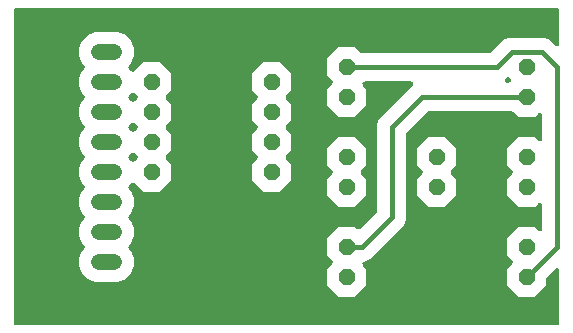
<source format=gbr>
G04 EAGLE Gerber X2 export*
G04 #@! %TF.Part,Single*
G04 #@! %TF.FileFunction,Copper,L1,Top,Mixed*
G04 #@! %TF.FilePolarity,Positive*
G04 #@! %TF.GenerationSoftware,Autodesk,EAGLE,9.0.0*
G04 #@! %TF.CreationDate,2019-08-08T19:07:24Z*
G75*
%MOMM*%
%FSLAX34Y34*%
%LPD*%
%AMOC8*
5,1,8,0,0,1.08239X$1,22.5*%
G01*
%ADD10C,1.320800*%
%ADD11P,1.429621X8X22.500000*%
%ADD12P,1.429621X8X112.500000*%
%ADD13C,0.406400*%

G36*
X470226Y-2537D02*
X470226Y-2537D01*
X470244Y-2539D01*
X470426Y-2518D01*
X470609Y-2499D01*
X470626Y-2494D01*
X470643Y-2492D01*
X470818Y-2435D01*
X470994Y-2381D01*
X471009Y-2373D01*
X471026Y-2367D01*
X471186Y-2277D01*
X471348Y-2189D01*
X471361Y-2178D01*
X471377Y-2169D01*
X471516Y-2049D01*
X471657Y-1932D01*
X471668Y-1918D01*
X471682Y-1906D01*
X471794Y-1761D01*
X471909Y-1618D01*
X471917Y-1602D01*
X471928Y-1588D01*
X472010Y-1423D01*
X472095Y-1261D01*
X472100Y-1244D01*
X472108Y-1228D01*
X472155Y-1049D01*
X472206Y-874D01*
X472208Y-856D01*
X472212Y-839D01*
X472239Y-508D01*
X472239Y43692D01*
X472238Y43701D01*
X472239Y43710D01*
X472218Y43903D01*
X472199Y44093D01*
X472197Y44101D01*
X472196Y44110D01*
X472137Y44295D01*
X472081Y44478D01*
X472077Y44486D01*
X472074Y44494D01*
X471981Y44662D01*
X471889Y44832D01*
X471884Y44839D01*
X471879Y44847D01*
X471755Y44994D01*
X471632Y45141D01*
X471625Y45147D01*
X471619Y45154D01*
X471467Y45273D01*
X471318Y45393D01*
X471310Y45398D01*
X471303Y45403D01*
X471130Y45491D01*
X470961Y45579D01*
X470952Y45581D01*
X470944Y45585D01*
X470758Y45637D01*
X470574Y45690D01*
X470565Y45691D01*
X470556Y45693D01*
X470363Y45708D01*
X470172Y45723D01*
X470164Y45722D01*
X470155Y45723D01*
X469962Y45699D01*
X469773Y45676D01*
X469764Y45674D01*
X469755Y45672D01*
X469573Y45611D01*
X469390Y45551D01*
X469382Y45547D01*
X469374Y45544D01*
X469207Y45448D01*
X469039Y45354D01*
X469032Y45348D01*
X469025Y45343D01*
X468772Y45129D01*
X461860Y38217D01*
X461843Y38196D01*
X461822Y38178D01*
X461715Y38040D01*
X461605Y37905D01*
X461592Y37881D01*
X461576Y37860D01*
X461498Y37703D01*
X461416Y37549D01*
X461408Y37524D01*
X461396Y37500D01*
X461351Y37330D01*
X461301Y37163D01*
X461299Y37137D01*
X461292Y37111D01*
X461265Y36780D01*
X461265Y31156D01*
X451444Y21335D01*
X437556Y21335D01*
X427735Y31156D01*
X427735Y45044D01*
X432055Y49364D01*
X432066Y49377D01*
X432080Y49389D01*
X432194Y49533D01*
X432310Y49675D01*
X432318Y49691D01*
X432329Y49705D01*
X432413Y49869D01*
X432498Y50031D01*
X432504Y50048D01*
X432512Y50064D01*
X432561Y50241D01*
X432613Y50417D01*
X432615Y50435D01*
X432620Y50452D01*
X432633Y50635D01*
X432650Y50818D01*
X432648Y50836D01*
X432649Y50853D01*
X432626Y51035D01*
X432606Y51218D01*
X432601Y51235D01*
X432599Y51253D01*
X432540Y51426D01*
X432485Y51602D01*
X432476Y51618D01*
X432470Y51634D01*
X432379Y51794D01*
X432290Y51954D01*
X432278Y51968D01*
X432269Y51983D01*
X432055Y52236D01*
X427735Y56556D01*
X427735Y70444D01*
X437556Y80265D01*
X451444Y80265D01*
X454240Y77469D01*
X454247Y77463D01*
X454252Y77457D01*
X454402Y77336D01*
X454551Y77214D01*
X454559Y77210D01*
X454566Y77204D01*
X454736Y77116D01*
X454907Y77025D01*
X454916Y77023D01*
X454923Y77019D01*
X455108Y76966D01*
X455293Y76911D01*
X455302Y76910D01*
X455310Y76907D01*
X455501Y76892D01*
X455694Y76874D01*
X455703Y76875D01*
X455712Y76875D01*
X455901Y76897D01*
X456094Y76918D01*
X456103Y76920D01*
X456111Y76921D01*
X456293Y76981D01*
X456478Y77039D01*
X456486Y77044D01*
X456494Y77046D01*
X456663Y77141D01*
X456830Y77234D01*
X456837Y77240D01*
X456845Y77244D01*
X456991Y77370D01*
X457137Y77495D01*
X457143Y77502D01*
X457150Y77507D01*
X457267Y77659D01*
X457387Y77810D01*
X457391Y77818D01*
X457396Y77825D01*
X457482Y77998D01*
X457569Y78169D01*
X457572Y78178D01*
X457576Y78186D01*
X457626Y78372D01*
X457677Y78557D01*
X457678Y78566D01*
X457680Y78575D01*
X457707Y78905D01*
X457707Y98895D01*
X457706Y98903D01*
X457707Y98912D01*
X457686Y99104D01*
X457667Y99295D01*
X457665Y99304D01*
X457664Y99313D01*
X457606Y99495D01*
X457549Y99680D01*
X457545Y99688D01*
X457542Y99696D01*
X457449Y99865D01*
X457357Y100034D01*
X457352Y100041D01*
X457347Y100049D01*
X457223Y100196D01*
X457100Y100343D01*
X457093Y100349D01*
X457087Y100356D01*
X456936Y100475D01*
X456786Y100596D01*
X456778Y100600D01*
X456771Y100605D01*
X456598Y100693D01*
X456429Y100781D01*
X456420Y100784D01*
X456412Y100788D01*
X456226Y100840D01*
X456042Y100893D01*
X456033Y100893D01*
X456024Y100896D01*
X455831Y100910D01*
X455640Y100925D01*
X455632Y100924D01*
X455623Y100925D01*
X455430Y100901D01*
X455241Y100879D01*
X455232Y100876D01*
X455223Y100875D01*
X455040Y100813D01*
X454858Y100754D01*
X454850Y100749D01*
X454842Y100746D01*
X454675Y100650D01*
X454507Y100556D01*
X454500Y100550D01*
X454493Y100546D01*
X454240Y100331D01*
X451444Y97535D01*
X437556Y97535D01*
X427735Y107356D01*
X427735Y121244D01*
X432055Y125564D01*
X432066Y125577D01*
X432080Y125589D01*
X432194Y125733D01*
X432310Y125875D01*
X432318Y125891D01*
X432329Y125905D01*
X432413Y126069D01*
X432498Y126231D01*
X432504Y126248D01*
X432512Y126264D01*
X432561Y126441D01*
X432613Y126617D01*
X432615Y126635D01*
X432620Y126652D01*
X432633Y126835D01*
X432650Y127018D01*
X432648Y127036D01*
X432649Y127053D01*
X432626Y127235D01*
X432606Y127418D01*
X432601Y127435D01*
X432599Y127453D01*
X432540Y127626D01*
X432485Y127802D01*
X432476Y127818D01*
X432470Y127834D01*
X432379Y127994D01*
X432290Y128154D01*
X432278Y128168D01*
X432269Y128183D01*
X432055Y128436D01*
X427735Y132756D01*
X427735Y146644D01*
X437556Y156465D01*
X451444Y156465D01*
X454240Y153669D01*
X454247Y153663D01*
X454252Y153657D01*
X454402Y153536D01*
X454551Y153414D01*
X454559Y153410D01*
X454566Y153404D01*
X454736Y153316D01*
X454907Y153225D01*
X454916Y153223D01*
X454923Y153219D01*
X455108Y153166D01*
X455293Y153111D01*
X455302Y153110D01*
X455310Y153107D01*
X455501Y153092D01*
X455694Y153074D01*
X455703Y153075D01*
X455712Y153075D01*
X455901Y153097D01*
X456094Y153118D01*
X456103Y153120D01*
X456111Y153121D01*
X456293Y153181D01*
X456478Y153239D01*
X456486Y153244D01*
X456494Y153246D01*
X456663Y153341D01*
X456830Y153434D01*
X456837Y153440D01*
X456845Y153444D01*
X456991Y153570D01*
X457137Y153695D01*
X457143Y153702D01*
X457150Y153707D01*
X457267Y153859D01*
X457387Y154010D01*
X457391Y154018D01*
X457396Y154025D01*
X457482Y154198D01*
X457569Y154369D01*
X457572Y154378D01*
X457576Y154386D01*
X457626Y154572D01*
X457677Y154757D01*
X457678Y154766D01*
X457680Y154775D01*
X457707Y155105D01*
X457707Y175095D01*
X457706Y175103D01*
X457707Y175112D01*
X457686Y175304D01*
X457667Y175495D01*
X457665Y175504D01*
X457664Y175513D01*
X457606Y175695D01*
X457549Y175880D01*
X457545Y175888D01*
X457542Y175896D01*
X457449Y176065D01*
X457357Y176234D01*
X457352Y176241D01*
X457347Y176249D01*
X457223Y176396D01*
X457100Y176543D01*
X457093Y176549D01*
X457087Y176556D01*
X456936Y176675D01*
X456786Y176796D01*
X456778Y176800D01*
X456771Y176805D01*
X456598Y176893D01*
X456429Y176981D01*
X456420Y176984D01*
X456412Y176988D01*
X456226Y177040D01*
X456042Y177093D01*
X456033Y177093D01*
X456024Y177096D01*
X455831Y177110D01*
X455640Y177125D01*
X455632Y177124D01*
X455623Y177125D01*
X455430Y177101D01*
X455241Y177079D01*
X455232Y177076D01*
X455223Y177075D01*
X455040Y177013D01*
X454858Y176954D01*
X454850Y176949D01*
X454842Y176946D01*
X454675Y176850D01*
X454507Y176756D01*
X454500Y176750D01*
X454493Y176746D01*
X454240Y176531D01*
X451444Y173735D01*
X437556Y173735D01*
X433579Y177712D01*
X433558Y177729D01*
X433541Y177750D01*
X433403Y177857D01*
X433267Y177967D01*
X433244Y177980D01*
X433222Y177996D01*
X433066Y178074D01*
X432912Y178156D01*
X432886Y178164D01*
X432862Y178176D01*
X432693Y178221D01*
X432526Y178271D01*
X432499Y178273D01*
X432473Y178280D01*
X432142Y178307D01*
X361492Y178307D01*
X361465Y178305D01*
X361438Y178307D01*
X361265Y178285D01*
X361091Y178267D01*
X361066Y178260D01*
X361039Y178256D01*
X360873Y178201D01*
X360706Y178149D01*
X360683Y178136D01*
X360657Y178128D01*
X360506Y178041D01*
X360352Y177957D01*
X360332Y177940D01*
X360308Y177927D01*
X360055Y177712D01*
X342988Y160645D01*
X342971Y160624D01*
X342950Y160606D01*
X342843Y160468D01*
X342733Y160333D01*
X342720Y160309D01*
X342704Y160288D01*
X342626Y160131D01*
X342544Y159977D01*
X342536Y159952D01*
X342524Y159928D01*
X342479Y159758D01*
X342429Y159591D01*
X342427Y159565D01*
X342420Y159539D01*
X342393Y159208D01*
X342393Y86475D01*
X340537Y81993D01*
X311707Y53163D01*
X307137Y51271D01*
X307105Y51267D01*
X307096Y51265D01*
X307087Y51264D01*
X306905Y51206D01*
X306720Y51149D01*
X306712Y51145D01*
X306704Y51142D01*
X306535Y51049D01*
X306366Y50957D01*
X306359Y50952D01*
X306351Y50947D01*
X306204Y50823D01*
X306057Y50700D01*
X306051Y50693D01*
X306044Y50687D01*
X305925Y50536D01*
X305804Y50386D01*
X305800Y50378D01*
X305795Y50371D01*
X305707Y50198D01*
X305619Y50029D01*
X305616Y50020D01*
X305612Y50012D01*
X305560Y49826D01*
X305507Y49642D01*
X305507Y49633D01*
X305504Y49624D01*
X305490Y49431D01*
X305475Y49240D01*
X305476Y49232D01*
X305475Y49223D01*
X305499Y49030D01*
X305521Y48841D01*
X305524Y48832D01*
X305525Y48823D01*
X305587Y48640D01*
X305646Y48458D01*
X305651Y48450D01*
X305654Y48442D01*
X305750Y48275D01*
X305844Y48107D01*
X305850Y48100D01*
X305854Y48093D01*
X306069Y47840D01*
X308865Y45044D01*
X308865Y31156D01*
X299044Y21335D01*
X285156Y21335D01*
X275335Y31156D01*
X275335Y45044D01*
X279655Y49364D01*
X279666Y49377D01*
X279680Y49389D01*
X279794Y49533D01*
X279910Y49675D01*
X279918Y49691D01*
X279929Y49705D01*
X280013Y49869D01*
X280098Y50031D01*
X280104Y50048D01*
X280112Y50064D01*
X280161Y50241D01*
X280213Y50417D01*
X280215Y50435D01*
X280220Y50452D01*
X280233Y50635D01*
X280250Y50818D01*
X280248Y50836D01*
X280249Y50853D01*
X280226Y51035D01*
X280206Y51218D01*
X280201Y51235D01*
X280199Y51253D01*
X280140Y51426D01*
X280085Y51602D01*
X280076Y51618D01*
X280070Y51634D01*
X279979Y51794D01*
X279890Y51954D01*
X279878Y51968D01*
X279869Y51983D01*
X279655Y52236D01*
X275335Y56556D01*
X275335Y70444D01*
X285156Y80265D01*
X299044Y80265D01*
X300247Y79062D01*
X300260Y79051D01*
X300272Y79037D01*
X300416Y78923D01*
X300558Y78807D01*
X300574Y78799D01*
X300588Y78788D01*
X300752Y78704D01*
X300914Y78619D01*
X300931Y78614D01*
X300947Y78605D01*
X301124Y78556D01*
X301300Y78504D01*
X301317Y78502D01*
X301335Y78497D01*
X301518Y78484D01*
X301701Y78467D01*
X301718Y78469D01*
X301736Y78468D01*
X301918Y78491D01*
X302101Y78511D01*
X302118Y78516D01*
X302136Y78518D01*
X302309Y78577D01*
X302485Y78632D01*
X302500Y78641D01*
X302517Y78647D01*
X302676Y78738D01*
X302837Y78827D01*
X302851Y78839D01*
X302866Y78848D01*
X303119Y79062D01*
X317412Y93355D01*
X317429Y93376D01*
X317450Y93394D01*
X317557Y93532D01*
X317667Y93667D01*
X317680Y93691D01*
X317696Y93712D01*
X317774Y93869D01*
X317856Y94023D01*
X317864Y94048D01*
X317876Y94072D01*
X317921Y94242D01*
X317971Y94409D01*
X317973Y94435D01*
X317980Y94461D01*
X318007Y94792D01*
X318007Y167525D01*
X319863Y172007D01*
X323579Y175722D01*
X344978Y197121D01*
X348097Y200240D01*
X348102Y200247D01*
X348109Y200252D01*
X348229Y200402D01*
X348352Y200551D01*
X348356Y200559D01*
X348361Y200566D01*
X348450Y200736D01*
X348540Y200907D01*
X348543Y200916D01*
X348547Y200923D01*
X348600Y201108D01*
X348655Y201293D01*
X348656Y201302D01*
X348658Y201310D01*
X348674Y201501D01*
X348691Y201694D01*
X348691Y201703D01*
X348691Y201712D01*
X348669Y201901D01*
X348648Y202094D01*
X348645Y202103D01*
X348644Y202111D01*
X348585Y202293D01*
X348527Y202478D01*
X348522Y202486D01*
X348519Y202494D01*
X348424Y202663D01*
X348332Y202830D01*
X348326Y202837D01*
X348322Y202845D01*
X348196Y202991D01*
X348071Y203137D01*
X348064Y203143D01*
X348058Y203150D01*
X347907Y203267D01*
X347755Y203387D01*
X347747Y203391D01*
X347740Y203396D01*
X347568Y203482D01*
X347396Y203569D01*
X347388Y203572D01*
X347380Y203576D01*
X347194Y203626D01*
X347009Y203677D01*
X347000Y203678D01*
X346991Y203680D01*
X346660Y203707D01*
X307505Y203707D01*
X307497Y203706D01*
X307488Y203707D01*
X307296Y203686D01*
X307105Y203667D01*
X307096Y203665D01*
X307087Y203664D01*
X306905Y203606D01*
X306720Y203549D01*
X306712Y203545D01*
X306704Y203542D01*
X306535Y203449D01*
X306366Y203357D01*
X306359Y203352D01*
X306351Y203347D01*
X306204Y203223D01*
X306057Y203100D01*
X306051Y203093D01*
X306044Y203087D01*
X305925Y202936D01*
X305804Y202786D01*
X305800Y202778D01*
X305795Y202771D01*
X305707Y202598D01*
X305619Y202429D01*
X305616Y202420D01*
X305612Y202412D01*
X305560Y202226D01*
X305507Y202042D01*
X305507Y202033D01*
X305504Y202024D01*
X305490Y201831D01*
X305475Y201640D01*
X305476Y201632D01*
X305475Y201623D01*
X305499Y201430D01*
X305521Y201241D01*
X305524Y201232D01*
X305525Y201223D01*
X305587Y201040D01*
X305646Y200858D01*
X305651Y200850D01*
X305654Y200842D01*
X305750Y200675D01*
X305844Y200507D01*
X305850Y200500D01*
X305854Y200493D01*
X306069Y200240D01*
X308865Y197444D01*
X308865Y183556D01*
X299044Y173735D01*
X285156Y173735D01*
X275335Y183556D01*
X275335Y197444D01*
X279655Y201764D01*
X279666Y201777D01*
X279680Y201789D01*
X279794Y201933D01*
X279910Y202075D01*
X279918Y202091D01*
X279929Y202105D01*
X280013Y202269D01*
X280098Y202431D01*
X280104Y202448D01*
X280112Y202464D01*
X280161Y202641D01*
X280213Y202817D01*
X280215Y202835D01*
X280220Y202852D01*
X280233Y203035D01*
X280250Y203218D01*
X280248Y203236D01*
X280249Y203253D01*
X280226Y203435D01*
X280206Y203618D01*
X280201Y203635D01*
X280199Y203653D01*
X280140Y203826D01*
X280085Y204002D01*
X280076Y204018D01*
X280070Y204034D01*
X279979Y204194D01*
X279890Y204354D01*
X279878Y204368D01*
X279869Y204383D01*
X279655Y204636D01*
X275335Y208956D01*
X275335Y222844D01*
X285156Y232665D01*
X299044Y232665D01*
X303021Y228688D01*
X303042Y228671D01*
X303059Y228650D01*
X303197Y228543D01*
X303333Y228433D01*
X303356Y228420D01*
X303378Y228404D01*
X303534Y228326D01*
X303688Y228244D01*
X303714Y228236D01*
X303738Y228224D01*
X303907Y228179D01*
X304074Y228129D01*
X304101Y228127D01*
X304127Y228120D01*
X304458Y228093D01*
X413208Y228093D01*
X413235Y228095D01*
X413262Y228093D01*
X413435Y228115D01*
X413609Y228133D01*
X413634Y228140D01*
X413661Y228144D01*
X413827Y228199D01*
X413994Y228251D01*
X414017Y228264D01*
X414043Y228272D01*
X414194Y228359D01*
X414348Y228443D01*
X414368Y228460D01*
X414392Y228473D01*
X414645Y228688D01*
X424893Y238937D01*
X425861Y239338D01*
X425862Y239338D01*
X429375Y240793D01*
X459625Y240793D01*
X464107Y238937D01*
X468772Y234271D01*
X468779Y234266D01*
X468784Y234259D01*
X468934Y234139D01*
X469083Y234016D01*
X469091Y234012D01*
X469098Y234007D01*
X469268Y233918D01*
X469439Y233828D01*
X469448Y233825D01*
X469455Y233821D01*
X469640Y233768D01*
X469825Y233713D01*
X469834Y233712D01*
X469842Y233710D01*
X470034Y233694D01*
X470226Y233677D01*
X470235Y233677D01*
X470244Y233677D01*
X470433Y233699D01*
X470626Y233720D01*
X470635Y233723D01*
X470643Y233724D01*
X470825Y233783D01*
X471010Y233841D01*
X471018Y233846D01*
X471026Y233849D01*
X471194Y233943D01*
X471362Y234036D01*
X471369Y234042D01*
X471377Y234046D01*
X471523Y234172D01*
X471669Y234297D01*
X471675Y234304D01*
X471682Y234310D01*
X471799Y234461D01*
X471919Y234613D01*
X471923Y234621D01*
X471928Y234628D01*
X472014Y234800D01*
X472101Y234972D01*
X472104Y234980D01*
X472108Y234988D01*
X472158Y235174D01*
X472209Y235359D01*
X472210Y235368D01*
X472212Y235377D01*
X472239Y235708D01*
X472239Y263908D01*
X472237Y263926D01*
X472239Y263944D01*
X472218Y264126D01*
X472199Y264309D01*
X472194Y264326D01*
X472192Y264343D01*
X472135Y264518D01*
X472081Y264694D01*
X472073Y264709D01*
X472067Y264726D01*
X471977Y264886D01*
X471889Y265048D01*
X471878Y265061D01*
X471869Y265077D01*
X471749Y265216D01*
X471632Y265357D01*
X471618Y265368D01*
X471606Y265382D01*
X471461Y265494D01*
X471318Y265609D01*
X471302Y265617D01*
X471288Y265628D01*
X471123Y265710D01*
X470961Y265795D01*
X470944Y265800D01*
X470928Y265808D01*
X470749Y265855D01*
X470574Y265906D01*
X470556Y265908D01*
X470539Y265912D01*
X470208Y265939D01*
X12192Y265939D01*
X12174Y265937D01*
X12156Y265939D01*
X11974Y265918D01*
X11791Y265899D01*
X11774Y265894D01*
X11757Y265892D01*
X11582Y265835D01*
X11406Y265781D01*
X11391Y265773D01*
X11374Y265767D01*
X11214Y265677D01*
X11052Y265589D01*
X11039Y265578D01*
X11023Y265569D01*
X10884Y265449D01*
X10743Y265332D01*
X10732Y265318D01*
X10718Y265306D01*
X10606Y265161D01*
X10491Y265018D01*
X10483Y265002D01*
X10472Y264988D01*
X10390Y264823D01*
X10305Y264661D01*
X10300Y264644D01*
X10292Y264628D01*
X10245Y264449D01*
X10194Y264274D01*
X10192Y264256D01*
X10188Y264239D01*
X10161Y263908D01*
X10161Y-508D01*
X10163Y-526D01*
X10161Y-544D01*
X10182Y-726D01*
X10201Y-909D01*
X10206Y-926D01*
X10208Y-943D01*
X10265Y-1118D01*
X10319Y-1294D01*
X10327Y-1309D01*
X10333Y-1326D01*
X10423Y-1486D01*
X10511Y-1648D01*
X10522Y-1661D01*
X10531Y-1677D01*
X10651Y-1816D01*
X10768Y-1957D01*
X10782Y-1968D01*
X10794Y-1982D01*
X10939Y-2094D01*
X11082Y-2209D01*
X11098Y-2217D01*
X11112Y-2228D01*
X11277Y-2310D01*
X11439Y-2395D01*
X11456Y-2400D01*
X11472Y-2408D01*
X11651Y-2455D01*
X11826Y-2506D01*
X11844Y-2508D01*
X11861Y-2512D01*
X12192Y-2539D01*
X470208Y-2539D01*
X470226Y-2537D01*
G37*
%LPC*%
G36*
X78961Y34035D02*
X78961Y34035D01*
X72800Y36588D01*
X68084Y41304D01*
X65531Y47465D01*
X65531Y54135D01*
X68084Y60296D01*
X69851Y62064D01*
X69862Y62078D01*
X69876Y62089D01*
X69990Y62233D01*
X70106Y62375D01*
X70114Y62391D01*
X70125Y62405D01*
X70209Y62569D01*
X70294Y62731D01*
X70300Y62748D01*
X70308Y62764D01*
X70357Y62941D01*
X70409Y63117D01*
X70411Y63135D01*
X70416Y63152D01*
X70429Y63335D01*
X70446Y63518D01*
X70444Y63536D01*
X70445Y63553D01*
X70422Y63735D01*
X70402Y63918D01*
X70397Y63935D01*
X70395Y63953D01*
X70336Y64126D01*
X70281Y64302D01*
X70272Y64318D01*
X70266Y64334D01*
X70175Y64493D01*
X70086Y64654D01*
X70074Y64668D01*
X70065Y64683D01*
X69851Y64936D01*
X68084Y66704D01*
X65531Y72865D01*
X65531Y79535D01*
X68084Y85696D01*
X69851Y87464D01*
X69862Y87478D01*
X69876Y87489D01*
X69990Y87633D01*
X70106Y87775D01*
X70114Y87791D01*
X70125Y87805D01*
X70209Y87969D01*
X70294Y88131D01*
X70300Y88148D01*
X70308Y88164D01*
X70357Y88341D01*
X70409Y88517D01*
X70411Y88535D01*
X70416Y88552D01*
X70429Y88735D01*
X70446Y88918D01*
X70444Y88936D01*
X70445Y88953D01*
X70422Y89135D01*
X70402Y89318D01*
X70397Y89335D01*
X70395Y89353D01*
X70336Y89527D01*
X70281Y89702D01*
X70272Y89718D01*
X70266Y89734D01*
X70175Y89893D01*
X70086Y90054D01*
X70074Y90068D01*
X70065Y90083D01*
X69851Y90336D01*
X68084Y92104D01*
X65531Y98265D01*
X65531Y104935D01*
X68084Y111096D01*
X69851Y112864D01*
X69862Y112878D01*
X69876Y112889D01*
X69990Y113033D01*
X70106Y113175D01*
X70114Y113191D01*
X70125Y113205D01*
X70209Y113369D01*
X70294Y113531D01*
X70300Y113548D01*
X70308Y113564D01*
X70357Y113741D01*
X70409Y113917D01*
X70411Y113935D01*
X70416Y113952D01*
X70429Y114135D01*
X70446Y114318D01*
X70444Y114336D01*
X70445Y114353D01*
X70422Y114535D01*
X70402Y114718D01*
X70397Y114735D01*
X70395Y114753D01*
X70336Y114927D01*
X70281Y115102D01*
X70272Y115118D01*
X70266Y115134D01*
X70175Y115293D01*
X70086Y115454D01*
X70074Y115468D01*
X70065Y115483D01*
X69851Y115736D01*
X68084Y117504D01*
X65531Y123665D01*
X65531Y130335D01*
X68084Y136496D01*
X69851Y138264D01*
X69862Y138278D01*
X69876Y138289D01*
X69990Y138433D01*
X70106Y138575D01*
X70114Y138591D01*
X70125Y138605D01*
X70209Y138769D01*
X70294Y138931D01*
X70300Y138948D01*
X70308Y138964D01*
X70357Y139141D01*
X70409Y139317D01*
X70411Y139335D01*
X70416Y139352D01*
X70429Y139535D01*
X70446Y139718D01*
X70444Y139736D01*
X70445Y139753D01*
X70422Y139935D01*
X70402Y140118D01*
X70397Y140135D01*
X70395Y140153D01*
X70336Y140327D01*
X70281Y140502D01*
X70272Y140518D01*
X70266Y140534D01*
X70175Y140693D01*
X70086Y140854D01*
X70074Y140868D01*
X70065Y140883D01*
X69851Y141136D01*
X68084Y142904D01*
X65531Y149065D01*
X65531Y155735D01*
X68084Y161896D01*
X69851Y163664D01*
X69862Y163678D01*
X69876Y163689D01*
X69990Y163833D01*
X70106Y163975D01*
X70114Y163991D01*
X70125Y164005D01*
X70209Y164169D01*
X70294Y164331D01*
X70300Y164348D01*
X70308Y164364D01*
X70357Y164541D01*
X70409Y164717D01*
X70411Y164735D01*
X70416Y164752D01*
X70429Y164935D01*
X70446Y165118D01*
X70444Y165136D01*
X70445Y165153D01*
X70422Y165335D01*
X70402Y165518D01*
X70397Y165535D01*
X70395Y165553D01*
X70336Y165727D01*
X70281Y165902D01*
X70272Y165918D01*
X70266Y165934D01*
X70175Y166093D01*
X70086Y166254D01*
X70074Y166268D01*
X70065Y166283D01*
X69851Y166536D01*
X68084Y168304D01*
X65531Y174465D01*
X65531Y181135D01*
X68084Y187296D01*
X69851Y189064D01*
X69862Y189078D01*
X69876Y189089D01*
X69990Y189233D01*
X70106Y189375D01*
X70114Y189391D01*
X70125Y189405D01*
X70209Y189569D01*
X70294Y189731D01*
X70300Y189748D01*
X70308Y189764D01*
X70357Y189941D01*
X70409Y190117D01*
X70411Y190135D01*
X70416Y190152D01*
X70429Y190335D01*
X70446Y190518D01*
X70444Y190536D01*
X70445Y190553D01*
X70422Y190735D01*
X70402Y190918D01*
X70397Y190935D01*
X70395Y190953D01*
X70336Y191127D01*
X70281Y191302D01*
X70272Y191318D01*
X70266Y191334D01*
X70175Y191493D01*
X70086Y191654D01*
X70074Y191668D01*
X70065Y191683D01*
X69851Y191936D01*
X68084Y193704D01*
X65531Y199865D01*
X65531Y206535D01*
X68084Y212696D01*
X69851Y214464D01*
X69862Y214478D01*
X69876Y214489D01*
X69990Y214633D01*
X70106Y214775D01*
X70114Y214791D01*
X70125Y214805D01*
X70209Y214969D01*
X70294Y215131D01*
X70300Y215148D01*
X70308Y215164D01*
X70357Y215341D01*
X70409Y215517D01*
X70411Y215535D01*
X70416Y215552D01*
X70429Y215735D01*
X70446Y215918D01*
X70444Y215936D01*
X70445Y215953D01*
X70422Y216135D01*
X70402Y216318D01*
X70397Y216335D01*
X70395Y216353D01*
X70336Y216527D01*
X70281Y216702D01*
X70272Y216718D01*
X70266Y216734D01*
X70175Y216893D01*
X70086Y217054D01*
X70074Y217068D01*
X70065Y217083D01*
X69851Y217336D01*
X68084Y219104D01*
X65531Y225265D01*
X65531Y231935D01*
X68084Y238096D01*
X72800Y242812D01*
X78961Y245365D01*
X98839Y245365D01*
X105000Y242812D01*
X109716Y238096D01*
X112269Y231935D01*
X112269Y225265D01*
X109716Y219104D01*
X107949Y217336D01*
X107938Y217323D01*
X107924Y217311D01*
X107810Y217166D01*
X107694Y217025D01*
X107686Y217009D01*
X107675Y216995D01*
X107591Y216831D01*
X107506Y216669D01*
X107500Y216652D01*
X107492Y216636D01*
X107443Y216459D01*
X107391Y216283D01*
X107389Y216265D01*
X107384Y216248D01*
X107371Y216065D01*
X107354Y215882D01*
X107356Y215864D01*
X107355Y215847D01*
X107378Y215665D01*
X107398Y215482D01*
X107403Y215465D01*
X107405Y215447D01*
X107464Y215273D01*
X107519Y215098D01*
X107528Y215083D01*
X107534Y215066D01*
X107625Y214907D01*
X107714Y214746D01*
X107726Y214732D01*
X107735Y214717D01*
X107949Y214464D01*
X109816Y212597D01*
X109829Y212586D01*
X109841Y212572D01*
X109985Y212458D01*
X110127Y212342D01*
X110143Y212334D01*
X110157Y212323D01*
X110321Y212239D01*
X110483Y212154D01*
X110500Y212148D01*
X110516Y212140D01*
X110693Y212091D01*
X110869Y212039D01*
X110887Y212037D01*
X110904Y212032D01*
X111087Y212019D01*
X111270Y212002D01*
X111288Y212004D01*
X111305Y212003D01*
X111487Y212026D01*
X111670Y212046D01*
X111687Y212051D01*
X111705Y212053D01*
X111878Y212112D01*
X112054Y212167D01*
X112070Y212176D01*
X112086Y212182D01*
X112245Y212273D01*
X112406Y212362D01*
X112420Y212374D01*
X112435Y212383D01*
X112688Y212597D01*
X120056Y219965D01*
X133944Y219965D01*
X143765Y210144D01*
X143765Y196256D01*
X139445Y191936D01*
X139434Y191923D01*
X139420Y191911D01*
X139306Y191767D01*
X139190Y191625D01*
X139182Y191609D01*
X139171Y191595D01*
X139087Y191431D01*
X139002Y191269D01*
X138996Y191252D01*
X138988Y191236D01*
X138939Y191059D01*
X138887Y190883D01*
X138885Y190865D01*
X138880Y190848D01*
X138867Y190665D01*
X138850Y190482D01*
X138852Y190464D01*
X138851Y190447D01*
X138874Y190265D01*
X138894Y190082D01*
X138899Y190065D01*
X138901Y190047D01*
X138960Y189874D01*
X139015Y189698D01*
X139024Y189682D01*
X139030Y189666D01*
X139121Y189506D01*
X139210Y189346D01*
X139222Y189332D01*
X139231Y189317D01*
X139445Y189064D01*
X143765Y184744D01*
X143765Y170856D01*
X139445Y166536D01*
X139434Y166523D01*
X139420Y166511D01*
X139306Y166367D01*
X139190Y166225D01*
X139182Y166209D01*
X139171Y166195D01*
X139087Y166031D01*
X139002Y165869D01*
X138996Y165852D01*
X138988Y165836D01*
X138939Y165659D01*
X138887Y165483D01*
X138885Y165465D01*
X138880Y165448D01*
X138867Y165265D01*
X138850Y165082D01*
X138852Y165064D01*
X138851Y165047D01*
X138874Y164865D01*
X138894Y164682D01*
X138899Y164665D01*
X138901Y164647D01*
X138960Y164474D01*
X139015Y164298D01*
X139024Y164282D01*
X139030Y164266D01*
X139121Y164106D01*
X139210Y163946D01*
X139222Y163932D01*
X139231Y163917D01*
X139445Y163664D01*
X143765Y159344D01*
X143765Y145456D01*
X139445Y141136D01*
X139434Y141123D01*
X139420Y141111D01*
X139306Y140967D01*
X139190Y140825D01*
X139182Y140809D01*
X139171Y140795D01*
X139087Y140631D01*
X139002Y140469D01*
X138996Y140452D01*
X138988Y140436D01*
X138939Y140259D01*
X138887Y140083D01*
X138885Y140065D01*
X138880Y140048D01*
X138867Y139865D01*
X138850Y139682D01*
X138852Y139664D01*
X138851Y139647D01*
X138874Y139465D01*
X138894Y139282D01*
X138899Y139265D01*
X138901Y139247D01*
X138960Y139074D01*
X139015Y138898D01*
X139024Y138882D01*
X139030Y138866D01*
X139121Y138706D01*
X139210Y138546D01*
X139222Y138532D01*
X139231Y138517D01*
X139445Y138264D01*
X143765Y133944D01*
X143765Y120056D01*
X133944Y110235D01*
X120056Y110235D01*
X112688Y117603D01*
X112674Y117614D01*
X112663Y117628D01*
X112519Y117742D01*
X112377Y117858D01*
X112361Y117866D01*
X112347Y117877D01*
X112183Y117961D01*
X112021Y118046D01*
X112004Y118052D01*
X111988Y118060D01*
X111811Y118109D01*
X111635Y118161D01*
X111617Y118163D01*
X111600Y118168D01*
X111417Y118181D01*
X111234Y118198D01*
X111216Y118196D01*
X111199Y118197D01*
X111017Y118174D01*
X110834Y118154D01*
X110817Y118149D01*
X110799Y118147D01*
X110626Y118088D01*
X110450Y118033D01*
X110434Y118024D01*
X110418Y118018D01*
X110258Y117927D01*
X110098Y117838D01*
X110084Y117826D01*
X110069Y117817D01*
X109816Y117603D01*
X107949Y115736D01*
X107938Y115723D01*
X107924Y115711D01*
X107810Y115567D01*
X107694Y115425D01*
X107686Y115409D01*
X107675Y115395D01*
X107591Y115231D01*
X107506Y115069D01*
X107500Y115052D01*
X107492Y115036D01*
X107443Y114859D01*
X107391Y114683D01*
X107389Y114665D01*
X107384Y114648D01*
X107371Y114465D01*
X107354Y114282D01*
X107356Y114264D01*
X107355Y114247D01*
X107378Y114065D01*
X107398Y113882D01*
X107403Y113865D01*
X107405Y113847D01*
X107464Y113674D01*
X107519Y113498D01*
X107528Y113482D01*
X107534Y113466D01*
X107625Y113306D01*
X107714Y113146D01*
X107726Y113132D01*
X107735Y113117D01*
X107949Y112864D01*
X109716Y111096D01*
X112269Y104935D01*
X112269Y98265D01*
X109716Y92104D01*
X107949Y90336D01*
X107938Y90323D01*
X107924Y90311D01*
X107810Y90167D01*
X107694Y90025D01*
X107686Y90009D01*
X107675Y89995D01*
X107591Y89831D01*
X107506Y89669D01*
X107500Y89652D01*
X107492Y89636D01*
X107443Y89459D01*
X107391Y89283D01*
X107389Y89265D01*
X107384Y89248D01*
X107371Y89065D01*
X107354Y88882D01*
X107356Y88864D01*
X107355Y88847D01*
X107378Y88665D01*
X107398Y88482D01*
X107403Y88465D01*
X107405Y88447D01*
X107464Y88274D01*
X107519Y88098D01*
X107528Y88082D01*
X107534Y88066D01*
X107625Y87907D01*
X107714Y87746D01*
X107726Y87732D01*
X107735Y87717D01*
X107949Y87464D01*
X109716Y85696D01*
X112269Y79535D01*
X112269Y72865D01*
X109716Y66704D01*
X107949Y64936D01*
X107938Y64923D01*
X107924Y64911D01*
X107810Y64767D01*
X107694Y64625D01*
X107686Y64609D01*
X107675Y64595D01*
X107591Y64431D01*
X107506Y64269D01*
X107500Y64252D01*
X107492Y64236D01*
X107443Y64059D01*
X107391Y63883D01*
X107389Y63865D01*
X107384Y63848D01*
X107371Y63665D01*
X107354Y63482D01*
X107356Y63464D01*
X107355Y63447D01*
X107378Y63265D01*
X107398Y63082D01*
X107403Y63065D01*
X107405Y63047D01*
X107464Y62874D01*
X107519Y62698D01*
X107528Y62682D01*
X107534Y62666D01*
X107625Y62507D01*
X107714Y62346D01*
X107726Y62332D01*
X107735Y62317D01*
X107949Y62064D01*
X109716Y60296D01*
X112269Y54135D01*
X112269Y47465D01*
X109716Y41304D01*
X105000Y36588D01*
X98839Y34035D01*
X78961Y34035D01*
G37*
%LPD*%
%LPC*%
G36*
X221656Y110235D02*
X221656Y110235D01*
X211835Y120056D01*
X211835Y133944D01*
X216155Y138264D01*
X216166Y138278D01*
X216180Y138289D01*
X216293Y138433D01*
X216410Y138575D01*
X216418Y138591D01*
X216429Y138605D01*
X216513Y138769D01*
X216598Y138931D01*
X216604Y138948D01*
X216612Y138964D01*
X216661Y139141D01*
X216713Y139317D01*
X216715Y139335D01*
X216720Y139352D01*
X216733Y139535D01*
X216750Y139718D01*
X216748Y139736D01*
X216749Y139753D01*
X216726Y139935D01*
X216706Y140118D01*
X216701Y140135D01*
X216699Y140153D01*
X216640Y140327D01*
X216585Y140502D01*
X216576Y140518D01*
X216570Y140534D01*
X216479Y140694D01*
X216390Y140854D01*
X216378Y140868D01*
X216369Y140883D01*
X216155Y141136D01*
X211835Y145456D01*
X211835Y159344D01*
X216155Y163664D01*
X216166Y163678D01*
X216180Y163689D01*
X216293Y163833D01*
X216410Y163975D01*
X216418Y163991D01*
X216429Y164005D01*
X216513Y164169D01*
X216598Y164331D01*
X216604Y164348D01*
X216612Y164364D01*
X216661Y164541D01*
X216713Y164717D01*
X216715Y164735D01*
X216720Y164752D01*
X216733Y164935D01*
X216750Y165118D01*
X216748Y165136D01*
X216749Y165153D01*
X216726Y165335D01*
X216706Y165518D01*
X216701Y165535D01*
X216699Y165553D01*
X216640Y165727D01*
X216585Y165902D01*
X216576Y165918D01*
X216570Y165934D01*
X216479Y166094D01*
X216390Y166254D01*
X216378Y166268D01*
X216369Y166283D01*
X216155Y166536D01*
X211835Y170856D01*
X211835Y184744D01*
X216155Y189064D01*
X216166Y189078D01*
X216180Y189089D01*
X216293Y189233D01*
X216410Y189375D01*
X216418Y189391D01*
X216429Y189405D01*
X216513Y189569D01*
X216598Y189731D01*
X216604Y189748D01*
X216612Y189764D01*
X216661Y189941D01*
X216713Y190117D01*
X216715Y190135D01*
X216720Y190152D01*
X216733Y190335D01*
X216750Y190518D01*
X216748Y190536D01*
X216749Y190553D01*
X216726Y190735D01*
X216706Y190918D01*
X216701Y190935D01*
X216699Y190953D01*
X216640Y191127D01*
X216585Y191302D01*
X216576Y191318D01*
X216570Y191334D01*
X216479Y191494D01*
X216390Y191654D01*
X216378Y191668D01*
X216369Y191683D01*
X216155Y191936D01*
X211835Y196256D01*
X211835Y210144D01*
X221656Y219965D01*
X235544Y219965D01*
X245365Y210144D01*
X245365Y196256D01*
X241045Y191936D01*
X241034Y191923D01*
X241020Y191911D01*
X240906Y191767D01*
X240790Y191625D01*
X240782Y191609D01*
X240771Y191595D01*
X240687Y191431D01*
X240602Y191269D01*
X240596Y191252D01*
X240588Y191236D01*
X240539Y191059D01*
X240487Y190883D01*
X240485Y190865D01*
X240480Y190848D01*
X240467Y190665D01*
X240450Y190482D01*
X240452Y190464D01*
X240451Y190447D01*
X240474Y190265D01*
X240494Y190082D01*
X240499Y190065D01*
X240501Y190047D01*
X240560Y189874D01*
X240615Y189698D01*
X240624Y189682D01*
X240630Y189666D01*
X240721Y189506D01*
X240810Y189346D01*
X240822Y189332D01*
X240831Y189317D01*
X241045Y189064D01*
X245365Y184744D01*
X245365Y170856D01*
X241045Y166536D01*
X241034Y166523D01*
X241020Y166511D01*
X240906Y166367D01*
X240790Y166225D01*
X240782Y166209D01*
X240771Y166195D01*
X240687Y166031D01*
X240602Y165869D01*
X240596Y165852D01*
X240588Y165836D01*
X240539Y165659D01*
X240487Y165483D01*
X240485Y165465D01*
X240480Y165448D01*
X240467Y165265D01*
X240450Y165082D01*
X240452Y165064D01*
X240451Y165047D01*
X240474Y164865D01*
X240494Y164682D01*
X240499Y164665D01*
X240501Y164647D01*
X240560Y164474D01*
X240615Y164298D01*
X240624Y164282D01*
X240630Y164266D01*
X240721Y164106D01*
X240810Y163946D01*
X240822Y163932D01*
X240831Y163917D01*
X241045Y163664D01*
X245365Y159344D01*
X245365Y145456D01*
X241045Y141136D01*
X241034Y141123D01*
X241020Y141111D01*
X240906Y140967D01*
X240790Y140825D01*
X240782Y140809D01*
X240771Y140795D01*
X240687Y140631D01*
X240602Y140469D01*
X240596Y140452D01*
X240588Y140436D01*
X240539Y140259D01*
X240487Y140083D01*
X240485Y140065D01*
X240480Y140048D01*
X240467Y139865D01*
X240450Y139682D01*
X240452Y139664D01*
X240451Y139647D01*
X240474Y139465D01*
X240494Y139282D01*
X240499Y139265D01*
X240501Y139247D01*
X240560Y139074D01*
X240615Y138898D01*
X240624Y138882D01*
X240630Y138866D01*
X240721Y138706D01*
X240810Y138546D01*
X240822Y138532D01*
X240831Y138517D01*
X241045Y138264D01*
X245365Y133944D01*
X245365Y120056D01*
X235544Y110235D01*
X221656Y110235D01*
G37*
%LPD*%
%LPC*%
G36*
X361356Y97535D02*
X361356Y97535D01*
X351535Y107356D01*
X351535Y121244D01*
X355855Y125564D01*
X355866Y125577D01*
X355880Y125589D01*
X355994Y125733D01*
X356110Y125875D01*
X356118Y125891D01*
X356129Y125905D01*
X356213Y126069D01*
X356298Y126231D01*
X356304Y126248D01*
X356312Y126264D01*
X356361Y126441D01*
X356413Y126617D01*
X356415Y126635D01*
X356420Y126652D01*
X356433Y126835D01*
X356450Y127018D01*
X356448Y127036D01*
X356449Y127053D01*
X356426Y127235D01*
X356406Y127418D01*
X356401Y127435D01*
X356399Y127453D01*
X356340Y127626D01*
X356285Y127802D01*
X356276Y127818D01*
X356270Y127834D01*
X356179Y127994D01*
X356090Y128154D01*
X356078Y128168D01*
X356069Y128183D01*
X355855Y128436D01*
X351535Y132756D01*
X351535Y146644D01*
X361356Y156465D01*
X375244Y156465D01*
X385065Y146644D01*
X385065Y132756D01*
X380745Y128436D01*
X380734Y128422D01*
X380720Y128411D01*
X380607Y128267D01*
X380490Y128125D01*
X380482Y128109D01*
X380471Y128095D01*
X380387Y127931D01*
X380302Y127769D01*
X380296Y127752D01*
X380288Y127736D01*
X380239Y127559D01*
X380187Y127383D01*
X380185Y127365D01*
X380180Y127348D01*
X380167Y127165D01*
X380150Y126982D01*
X380152Y126964D01*
X380151Y126947D01*
X380174Y126765D01*
X380194Y126582D01*
X380199Y126565D01*
X380201Y126547D01*
X380260Y126373D01*
X380315Y126198D01*
X380324Y126182D01*
X380330Y126166D01*
X380421Y126006D01*
X380510Y125846D01*
X380522Y125832D01*
X380531Y125817D01*
X380745Y125564D01*
X385065Y121244D01*
X385065Y107356D01*
X375244Y97535D01*
X361356Y97535D01*
G37*
%LPD*%
%LPC*%
G36*
X285156Y97535D02*
X285156Y97535D01*
X275335Y107356D01*
X275335Y121244D01*
X279655Y125564D01*
X279666Y125577D01*
X279680Y125589D01*
X279794Y125733D01*
X279910Y125875D01*
X279918Y125891D01*
X279929Y125905D01*
X280013Y126069D01*
X280098Y126231D01*
X280104Y126248D01*
X280112Y126264D01*
X280161Y126441D01*
X280213Y126617D01*
X280215Y126635D01*
X280220Y126652D01*
X280233Y126835D01*
X280250Y127018D01*
X280248Y127036D01*
X280249Y127053D01*
X280226Y127235D01*
X280206Y127418D01*
X280201Y127435D01*
X280199Y127453D01*
X280140Y127626D01*
X280085Y127802D01*
X280076Y127818D01*
X280070Y127834D01*
X279979Y127994D01*
X279890Y128154D01*
X279878Y128168D01*
X279869Y128183D01*
X279655Y128436D01*
X275335Y132756D01*
X275335Y146644D01*
X285156Y156465D01*
X299044Y156465D01*
X308865Y146644D01*
X308865Y132756D01*
X304545Y128436D01*
X304534Y128422D01*
X304520Y128411D01*
X304407Y128267D01*
X304290Y128125D01*
X304282Y128109D01*
X304271Y128095D01*
X304187Y127931D01*
X304102Y127769D01*
X304096Y127752D01*
X304088Y127736D01*
X304039Y127559D01*
X303987Y127383D01*
X303985Y127365D01*
X303980Y127348D01*
X303967Y127165D01*
X303950Y126982D01*
X303952Y126964D01*
X303951Y126947D01*
X303974Y126765D01*
X303994Y126582D01*
X303999Y126565D01*
X304001Y126547D01*
X304060Y126373D01*
X304115Y126198D01*
X304124Y126182D01*
X304130Y126166D01*
X304221Y126006D01*
X304310Y125846D01*
X304322Y125832D01*
X304331Y125817D01*
X304545Y125564D01*
X308865Y121244D01*
X308865Y107356D01*
X299044Y97535D01*
X285156Y97535D01*
G37*
%LPD*%
G36*
X111288Y186604D02*
X111288Y186604D01*
X111305Y186603D01*
X111487Y186626D01*
X111670Y186646D01*
X111687Y186651D01*
X111705Y186653D01*
X111878Y186712D01*
X112054Y186767D01*
X112070Y186776D01*
X112086Y186782D01*
X112245Y186873D01*
X112406Y186962D01*
X112420Y186974D01*
X112435Y186983D01*
X112688Y187197D01*
X114555Y189064D01*
X114566Y189078D01*
X114580Y189089D01*
X114694Y189233D01*
X114810Y189375D01*
X114818Y189391D01*
X114829Y189405D01*
X114913Y189569D01*
X114998Y189731D01*
X115004Y189748D01*
X115012Y189764D01*
X115061Y189941D01*
X115113Y190117D01*
X115115Y190135D01*
X115120Y190152D01*
X115133Y190335D01*
X115150Y190518D01*
X115148Y190536D01*
X115149Y190553D01*
X115126Y190735D01*
X115106Y190918D01*
X115101Y190935D01*
X115099Y190953D01*
X115040Y191127D01*
X114985Y191302D01*
X114976Y191318D01*
X114970Y191334D01*
X114879Y191493D01*
X114790Y191654D01*
X114778Y191668D01*
X114769Y191683D01*
X114555Y191936D01*
X112688Y193803D01*
X112674Y193814D01*
X112663Y193828D01*
X112519Y193942D01*
X112377Y194058D01*
X112361Y194066D01*
X112347Y194077D01*
X112184Y194160D01*
X112021Y194247D01*
X112004Y194252D01*
X111988Y194260D01*
X111811Y194309D01*
X111635Y194361D01*
X111617Y194363D01*
X111600Y194368D01*
X111417Y194381D01*
X111234Y194398D01*
X111216Y194396D01*
X111199Y194397D01*
X111016Y194374D01*
X110834Y194354D01*
X110817Y194349D01*
X110799Y194347D01*
X110625Y194288D01*
X110450Y194233D01*
X110434Y194224D01*
X110418Y194218D01*
X110258Y194127D01*
X110098Y194038D01*
X110084Y194026D01*
X110069Y194017D01*
X109816Y193803D01*
X107949Y191936D01*
X107938Y191923D01*
X107924Y191911D01*
X107810Y191766D01*
X107694Y191625D01*
X107686Y191609D01*
X107675Y191595D01*
X107591Y191430D01*
X107506Y191269D01*
X107500Y191252D01*
X107492Y191236D01*
X107443Y191058D01*
X107391Y190883D01*
X107389Y190865D01*
X107384Y190848D01*
X107371Y190665D01*
X107354Y190482D01*
X107356Y190464D01*
X107355Y190447D01*
X107378Y190265D01*
X107398Y190082D01*
X107403Y190065D01*
X107405Y190047D01*
X107464Y189873D01*
X107519Y189698D01*
X107528Y189683D01*
X107534Y189666D01*
X107625Y189506D01*
X107714Y189346D01*
X107726Y189332D01*
X107735Y189317D01*
X107949Y189064D01*
X109816Y187197D01*
X109829Y187186D01*
X109841Y187172D01*
X109985Y187058D01*
X110127Y186942D01*
X110143Y186934D01*
X110157Y186923D01*
X110321Y186839D01*
X110483Y186754D01*
X110500Y186748D01*
X110516Y186740D01*
X110693Y186691D01*
X110869Y186639D01*
X110887Y186637D01*
X110904Y186632D01*
X111087Y186619D01*
X111270Y186602D01*
X111288Y186604D01*
G37*
G36*
X111288Y161204D02*
X111288Y161204D01*
X111305Y161203D01*
X111487Y161226D01*
X111670Y161246D01*
X111687Y161251D01*
X111705Y161253D01*
X111878Y161312D01*
X112054Y161367D01*
X112070Y161376D01*
X112086Y161382D01*
X112245Y161473D01*
X112406Y161562D01*
X112420Y161574D01*
X112435Y161583D01*
X112688Y161797D01*
X114555Y163664D01*
X114566Y163678D01*
X114580Y163689D01*
X114694Y163833D01*
X114810Y163975D01*
X114818Y163991D01*
X114829Y164005D01*
X114913Y164169D01*
X114998Y164331D01*
X115004Y164348D01*
X115012Y164364D01*
X115061Y164541D01*
X115113Y164717D01*
X115115Y164735D01*
X115120Y164752D01*
X115133Y164935D01*
X115150Y165118D01*
X115148Y165136D01*
X115149Y165153D01*
X115126Y165335D01*
X115106Y165518D01*
X115101Y165535D01*
X115099Y165553D01*
X115040Y165727D01*
X114985Y165902D01*
X114976Y165918D01*
X114970Y165934D01*
X114879Y166093D01*
X114790Y166254D01*
X114778Y166268D01*
X114769Y166283D01*
X114555Y166536D01*
X112688Y168403D01*
X112674Y168414D01*
X112663Y168428D01*
X112519Y168542D01*
X112377Y168658D01*
X112361Y168666D01*
X112347Y168677D01*
X112184Y168760D01*
X112021Y168847D01*
X112004Y168852D01*
X111988Y168860D01*
X111811Y168909D01*
X111635Y168961D01*
X111617Y168963D01*
X111600Y168968D01*
X111417Y168981D01*
X111234Y168998D01*
X111216Y168996D01*
X111199Y168997D01*
X111016Y168974D01*
X110834Y168954D01*
X110817Y168949D01*
X110799Y168947D01*
X110625Y168888D01*
X110450Y168833D01*
X110434Y168824D01*
X110418Y168818D01*
X110258Y168727D01*
X110098Y168638D01*
X110084Y168626D01*
X110069Y168617D01*
X109816Y168403D01*
X107949Y166536D01*
X107938Y166523D01*
X107924Y166511D01*
X107810Y166366D01*
X107694Y166225D01*
X107686Y166209D01*
X107675Y166195D01*
X107591Y166030D01*
X107506Y165869D01*
X107500Y165852D01*
X107492Y165836D01*
X107443Y165658D01*
X107391Y165483D01*
X107389Y165465D01*
X107384Y165448D01*
X107371Y165265D01*
X107354Y165082D01*
X107356Y165064D01*
X107355Y165047D01*
X107378Y164865D01*
X107398Y164682D01*
X107403Y164665D01*
X107405Y164647D01*
X107464Y164473D01*
X107519Y164298D01*
X107528Y164283D01*
X107534Y164266D01*
X107625Y164106D01*
X107714Y163946D01*
X107726Y163932D01*
X107735Y163917D01*
X107949Y163664D01*
X109816Y161797D01*
X109829Y161786D01*
X109841Y161772D01*
X109985Y161658D01*
X110127Y161542D01*
X110143Y161534D01*
X110157Y161523D01*
X110321Y161439D01*
X110483Y161354D01*
X110500Y161348D01*
X110516Y161340D01*
X110693Y161291D01*
X110869Y161239D01*
X110887Y161237D01*
X110904Y161232D01*
X111087Y161219D01*
X111270Y161202D01*
X111288Y161204D01*
G37*
G36*
X111288Y135804D02*
X111288Y135804D01*
X111305Y135803D01*
X111487Y135826D01*
X111670Y135846D01*
X111687Y135851D01*
X111705Y135853D01*
X111878Y135912D01*
X112054Y135967D01*
X112070Y135976D01*
X112086Y135982D01*
X112245Y136073D01*
X112406Y136162D01*
X112420Y136174D01*
X112435Y136183D01*
X112688Y136397D01*
X114555Y138264D01*
X114566Y138278D01*
X114580Y138289D01*
X114694Y138433D01*
X114810Y138575D01*
X114818Y138591D01*
X114829Y138605D01*
X114913Y138769D01*
X114998Y138931D01*
X115004Y138948D01*
X115012Y138964D01*
X115061Y139141D01*
X115113Y139317D01*
X115115Y139335D01*
X115120Y139352D01*
X115133Y139535D01*
X115150Y139718D01*
X115148Y139736D01*
X115149Y139753D01*
X115126Y139935D01*
X115106Y140118D01*
X115101Y140135D01*
X115099Y140153D01*
X115040Y140327D01*
X114985Y140502D01*
X114976Y140518D01*
X114970Y140534D01*
X114879Y140693D01*
X114790Y140854D01*
X114778Y140868D01*
X114769Y140883D01*
X114555Y141136D01*
X112688Y143003D01*
X112674Y143014D01*
X112663Y143028D01*
X112519Y143142D01*
X112377Y143258D01*
X112361Y143266D01*
X112347Y143277D01*
X112184Y143360D01*
X112021Y143447D01*
X112004Y143452D01*
X111988Y143460D01*
X111811Y143509D01*
X111635Y143561D01*
X111617Y143563D01*
X111600Y143568D01*
X111417Y143581D01*
X111234Y143598D01*
X111216Y143596D01*
X111199Y143597D01*
X111016Y143574D01*
X110834Y143554D01*
X110817Y143549D01*
X110799Y143547D01*
X110625Y143488D01*
X110450Y143433D01*
X110434Y143424D01*
X110418Y143418D01*
X110258Y143327D01*
X110098Y143238D01*
X110084Y143226D01*
X110069Y143217D01*
X109816Y143003D01*
X107949Y141136D01*
X107938Y141123D01*
X107924Y141111D01*
X107810Y140966D01*
X107694Y140825D01*
X107686Y140809D01*
X107675Y140795D01*
X107591Y140630D01*
X107506Y140469D01*
X107500Y140452D01*
X107492Y140436D01*
X107443Y140258D01*
X107391Y140083D01*
X107389Y140065D01*
X107384Y140048D01*
X107371Y139865D01*
X107354Y139682D01*
X107356Y139664D01*
X107355Y139647D01*
X107378Y139465D01*
X107398Y139282D01*
X107403Y139265D01*
X107405Y139247D01*
X107464Y139073D01*
X107519Y138898D01*
X107528Y138883D01*
X107534Y138866D01*
X107625Y138706D01*
X107714Y138546D01*
X107726Y138532D01*
X107735Y138517D01*
X107949Y138264D01*
X109816Y136397D01*
X109829Y136386D01*
X109841Y136372D01*
X109985Y136258D01*
X110127Y136142D01*
X110143Y136134D01*
X110157Y136123D01*
X110321Y136039D01*
X110483Y135954D01*
X110500Y135948D01*
X110516Y135940D01*
X110693Y135891D01*
X110869Y135839D01*
X110887Y135837D01*
X110904Y135832D01*
X111087Y135819D01*
X111270Y135802D01*
X111288Y135804D01*
G37*
G36*
X429103Y202694D02*
X429103Y202694D01*
X429112Y202693D01*
X429306Y202714D01*
X429495Y202733D01*
X429504Y202735D01*
X429513Y202736D01*
X429697Y202795D01*
X429880Y202851D01*
X429888Y202855D01*
X429896Y202858D01*
X430065Y202951D01*
X430234Y203043D01*
X430241Y203048D01*
X430249Y203053D01*
X430396Y203177D01*
X430543Y203300D01*
X430549Y203307D01*
X430556Y203313D01*
X430675Y203465D01*
X430796Y203614D01*
X430800Y203622D01*
X430805Y203629D01*
X430893Y203802D01*
X430981Y203971D01*
X430984Y203980D01*
X430988Y203988D01*
X431040Y204174D01*
X431093Y204358D01*
X431093Y204367D01*
X431096Y204376D01*
X431110Y204569D01*
X431125Y204760D01*
X431124Y204768D01*
X431125Y204777D01*
X431101Y204970D01*
X431079Y205159D01*
X431076Y205168D01*
X431075Y205177D01*
X431013Y205359D01*
X430954Y205542D01*
X430949Y205550D01*
X430946Y205558D01*
X430850Y205725D01*
X430756Y205893D01*
X430750Y205900D01*
X430746Y205907D01*
X430531Y206160D01*
X430003Y206688D01*
X429990Y206699D01*
X429978Y206713D01*
X429834Y206827D01*
X429692Y206943D01*
X429676Y206951D01*
X429662Y206962D01*
X429498Y207046D01*
X429336Y207131D01*
X429319Y207136D01*
X429303Y207145D01*
X429126Y207194D01*
X428950Y207246D01*
X428933Y207248D01*
X428915Y207253D01*
X428732Y207266D01*
X428549Y207283D01*
X428532Y207281D01*
X428514Y207282D01*
X428332Y207259D01*
X428149Y207239D01*
X428132Y207234D01*
X428114Y207232D01*
X427941Y207173D01*
X427765Y207118D01*
X427750Y207109D01*
X427733Y207103D01*
X427573Y207011D01*
X427413Y206923D01*
X427399Y206911D01*
X427384Y206902D01*
X427131Y206688D01*
X426603Y206160D01*
X426598Y206153D01*
X426591Y206148D01*
X426471Y205998D01*
X426348Y205849D01*
X426344Y205841D01*
X426339Y205834D01*
X426250Y205663D01*
X426160Y205493D01*
X426157Y205485D01*
X426153Y205477D01*
X426100Y205291D01*
X426045Y205107D01*
X426044Y205098D01*
X426042Y205090D01*
X426026Y204898D01*
X426009Y204706D01*
X426009Y204697D01*
X426009Y204688D01*
X426031Y204499D01*
X426052Y204306D01*
X426055Y204297D01*
X426056Y204289D01*
X426115Y204107D01*
X426173Y203922D01*
X426178Y203914D01*
X426181Y203906D01*
X426276Y203737D01*
X426368Y203570D01*
X426374Y203563D01*
X426378Y203555D01*
X426504Y203409D01*
X426629Y203263D01*
X426636Y203257D01*
X426642Y203250D01*
X426793Y203133D01*
X426945Y203013D01*
X426953Y203009D01*
X426960Y203004D01*
X427132Y202918D01*
X427304Y202831D01*
X427312Y202828D01*
X427320Y202824D01*
X427507Y202774D01*
X427691Y202723D01*
X427700Y202722D01*
X427709Y202720D01*
X428040Y202693D01*
X429095Y202693D01*
X429103Y202694D01*
G37*
D10*
X95504Y228600D02*
X82296Y228600D01*
X82296Y203200D02*
X95504Y203200D01*
X95504Y177800D02*
X82296Y177800D01*
X82296Y152400D02*
X95504Y152400D01*
X95504Y127000D02*
X82296Y127000D01*
X82296Y101600D02*
X95504Y101600D01*
X95504Y76200D02*
X82296Y76200D01*
X82296Y50800D02*
X95504Y50800D01*
D11*
X127000Y203200D03*
X228600Y203200D03*
D12*
X292100Y190500D03*
X292100Y215900D03*
X292100Y114300D03*
X292100Y139700D03*
X292100Y38100D03*
X292100Y63500D03*
X368300Y114300D03*
X368300Y139700D03*
X444500Y190500D03*
X444500Y215900D03*
X444500Y114300D03*
X444500Y139700D03*
X444500Y38100D03*
X444500Y63500D03*
D11*
X127000Y177800D03*
X228600Y177800D03*
X127000Y152400D03*
X228600Y152400D03*
X127000Y127000D03*
X228600Y127000D03*
D13*
X292100Y63500D02*
X304800Y63500D01*
X330200Y88900D01*
X330200Y165100D01*
X355600Y190500D01*
X444500Y190500D01*
X419100Y215900D02*
X292100Y215900D01*
X419100Y215900D02*
X431800Y228600D01*
X457200Y228600D01*
X469900Y215900D01*
X469900Y63500D01*
X444500Y38100D01*
M02*

</source>
